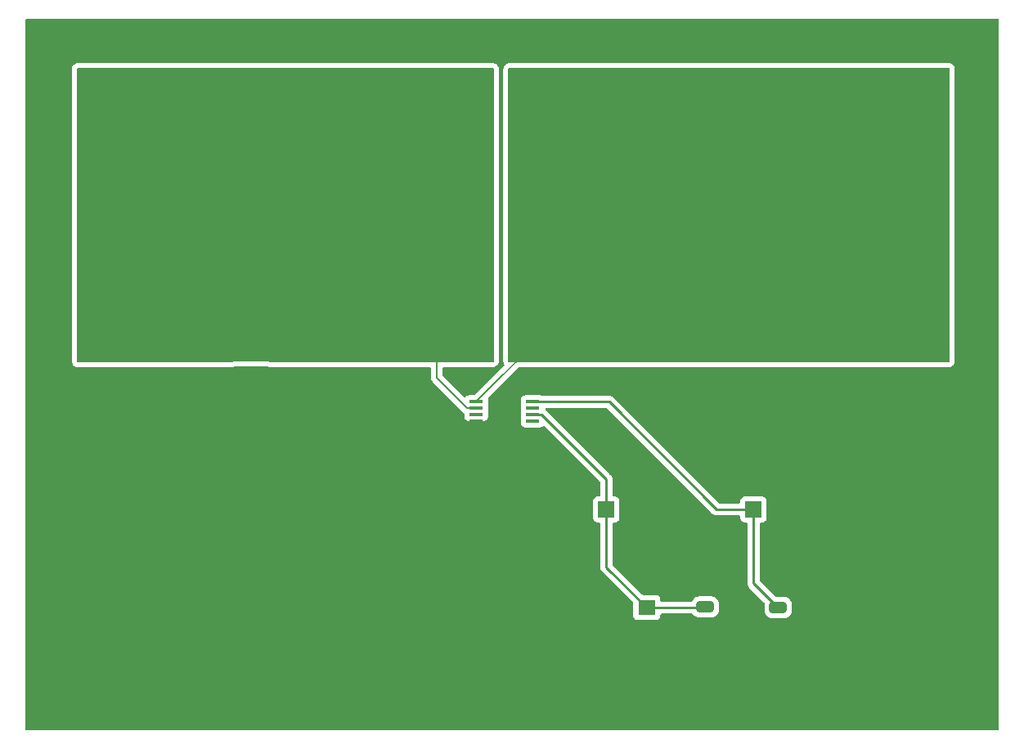
<source format=gtl>
%TF.GenerationSoftware,KiCad,Pcbnew,7.0.2*%
%TF.CreationDate,2023-09-06T16:15:59-07:00*%
%TF.ProjectId,Current Sense Standalone,43757272-656e-4742-9053-656e73652053,rev?*%
%TF.SameCoordinates,Original*%
%TF.FileFunction,Copper,L1,Top*%
%TF.FilePolarity,Positive*%
%FSLAX46Y46*%
G04 Gerber Fmt 4.6, Leading zero omitted, Abs format (unit mm)*
G04 Created by KiCad (PCBNEW 7.0.2) date 2023-09-06 16:15:59*
%MOMM*%
%LPD*%
G01*
G04 APERTURE LIST*
G04 Aperture macros list*
%AMRoundRect*
0 Rectangle with rounded corners*
0 $1 Rounding radius*
0 $2 $3 $4 $5 $6 $7 $8 $9 X,Y pos of 4 corners*
0 Add a 4 corners polygon primitive as box body*
4,1,4,$2,$3,$4,$5,$6,$7,$8,$9,$2,$3,0*
0 Add four circle primitives for the rounded corners*
1,1,$1+$1,$2,$3*
1,1,$1+$1,$4,$5*
1,1,$1+$1,$6,$7*
1,1,$1+$1,$8,$9*
0 Add four rect primitives between the rounded corners*
20,1,$1+$1,$2,$3,$4,$5,0*
20,1,$1+$1,$4,$5,$6,$7,0*
20,1,$1+$1,$6,$7,$8,$9,0*
20,1,$1+$1,$8,$9,$2,$3,0*%
G04 Aperture macros list end*
%TA.AperFunction,ComponentPad*%
%ADD10RoundRect,1.500000X1.500000X-1.500000X1.500000X1.500000X-1.500000X1.500000X-1.500000X-1.500000X0*%
%TD*%
%TA.AperFunction,ComponentPad*%
%ADD11C,6.000000*%
%TD*%
%TA.AperFunction,SMDPad,CuDef*%
%ADD12RoundRect,0.250000X-0.650000X0.325000X-0.650000X-0.325000X0.650000X-0.325000X0.650000X0.325000X0*%
%TD*%
%TA.AperFunction,SMDPad,CuDef*%
%ADD13R,1.800000X1.600000*%
%TD*%
%TA.AperFunction,SMDPad,CuDef*%
%ADD14R,4.000000X7.800000*%
%TD*%
%TA.AperFunction,ComponentPad*%
%ADD15R,1.700000X1.700000*%
%TD*%
%TA.AperFunction,ComponentPad*%
%ADD16O,1.700000X1.700000*%
%TD*%
%TA.AperFunction,SMDPad,CuDef*%
%ADD17R,1.473200X0.355600*%
%TD*%
%TA.AperFunction,Conductor*%
%ADD18C,0.250000*%
%TD*%
%TA.AperFunction,Conductor*%
%ADD19C,0.200000*%
%TD*%
G04 APERTURE END LIST*
D10*
X154558994Y-97461689D03*
D11*
X154558994Y-90261689D03*
D12*
X162560000Y-119380000D03*
X162560000Y-122330000D03*
D13*
X148971000Y-119380000D03*
X148971000Y-122180000D03*
D14*
X138220000Y-86360000D03*
X127220000Y-86360000D03*
D12*
X155015000Y-119305000D03*
X155015000Y-122255000D03*
D15*
X160020000Y-109220000D03*
D16*
X162560000Y-109220000D03*
D17*
X131318000Y-98085001D03*
X131318000Y-98734999D03*
X131318000Y-99385001D03*
X131318000Y-100034999D03*
X137160000Y-100034999D03*
X137160000Y-99385001D03*
X137160000Y-98734999D03*
X137160000Y-98085001D03*
D10*
X108024461Y-97415276D03*
D11*
X108024461Y-90215276D03*
D15*
X144780000Y-109220000D03*
D16*
X147320000Y-109220000D03*
D18*
X144780000Y-109220000D02*
X144780000Y-115189000D01*
X144780000Y-109220000D02*
X144780000Y-106090599D01*
X144780000Y-106090599D02*
X138074402Y-99385001D01*
X138074402Y-99385001D02*
X137160000Y-99385001D01*
X144780000Y-115189000D02*
X148971000Y-119380000D01*
X155015000Y-119305000D02*
X154940000Y-119380000D01*
X154940000Y-119380000D02*
X148971000Y-119380000D01*
X160020000Y-109220000D02*
X156210000Y-109220000D01*
X160020000Y-109220000D02*
X160020000Y-116840000D01*
X160020000Y-116840000D02*
X162560000Y-119380000D01*
X156210000Y-109220000D02*
X145075001Y-98085001D01*
X145075001Y-98085001D02*
X137160000Y-98085001D01*
D19*
X130381400Y-98734999D02*
X127220000Y-95573599D01*
X127220000Y-95573599D02*
X127220000Y-86360000D01*
X131318000Y-98734999D02*
X130381400Y-98734999D01*
X138220000Y-91183001D02*
X138220000Y-86360000D01*
X131318000Y-98085001D02*
X138220000Y-91183001D01*
%TA.AperFunction,Conductor*%
G36*
X133083039Y-63519685D02*
G01*
X133128794Y-63572489D01*
X133140000Y-63624000D01*
X133140000Y-93856000D01*
X133120315Y-93923039D01*
X133067511Y-93968794D01*
X133016000Y-93980000D01*
X110052698Y-93980000D01*
X110026340Y-93977166D01*
X109809890Y-93930080D01*
X109598119Y-93914934D01*
X109598117Y-93914933D01*
X109595909Y-93914776D01*
X106453013Y-93914776D01*
X106450805Y-93914933D01*
X106450802Y-93914934D01*
X106239031Y-93930080D01*
X106022582Y-93977166D01*
X105996224Y-93980000D01*
X90084000Y-93980000D01*
X90016961Y-93960315D01*
X89971206Y-93907511D01*
X89960000Y-93856000D01*
X89960000Y-63624000D01*
X89979685Y-63556961D01*
X90032489Y-63511206D01*
X90084000Y-63500000D01*
X133016000Y-63500000D01*
X133083039Y-63519685D01*
G37*
%TD.AperFunction*%
%TA.AperFunction,Conductor*%
G36*
X185362539Y-58460185D02*
G01*
X185408294Y-58512989D01*
X185419500Y-58564500D01*
X185419500Y-131955500D01*
X185399815Y-132022539D01*
X185347011Y-132068294D01*
X185295500Y-132079500D01*
X179551891Y-132079500D01*
X84776795Y-132071424D01*
X84709758Y-132051734D01*
X84664007Y-131998926D01*
X84652806Y-131947443D01*
X84651059Y-120389813D01*
X84648016Y-100257377D01*
X135922900Y-100257377D01*
X135922901Y-100260671D01*
X135929309Y-100320282D01*
X135979604Y-100455130D01*
X136065854Y-100570345D01*
X136181069Y-100656595D01*
X136315917Y-100706890D01*
X136375527Y-100713299D01*
X137944472Y-100713298D01*
X138004083Y-100706890D01*
X138138931Y-100656595D01*
X138237335Y-100582929D01*
X138302798Y-100558512D01*
X138371071Y-100573363D01*
X138399326Y-100594515D01*
X144118182Y-106313371D01*
X144151666Y-106374692D01*
X144154500Y-106401050D01*
X144154500Y-107745500D01*
X144134815Y-107812539D01*
X144082011Y-107858294D01*
X144030501Y-107869500D01*
X143885439Y-107869500D01*
X143885420Y-107869500D01*
X143882128Y-107869501D01*
X143878848Y-107869853D01*
X143878840Y-107869854D01*
X143822515Y-107875909D01*
X143687669Y-107926204D01*
X143572454Y-108012454D01*
X143486204Y-108127668D01*
X143435910Y-108262515D01*
X143435909Y-108262517D01*
X143429500Y-108322127D01*
X143429500Y-108325448D01*
X143429500Y-108325449D01*
X143429500Y-110114560D01*
X143429500Y-110114578D01*
X143429501Y-110117872D01*
X143435909Y-110177483D01*
X143486204Y-110312331D01*
X143572454Y-110427546D01*
X143687669Y-110513796D01*
X143822517Y-110564091D01*
X143882127Y-110570500D01*
X144030500Y-110570499D01*
X144097539Y-110590183D01*
X144143294Y-110642987D01*
X144154500Y-110694499D01*
X144154500Y-115106256D01*
X144152235Y-115126766D01*
X144154439Y-115196872D01*
X144154500Y-115200767D01*
X144154500Y-115228350D01*
X144154988Y-115232219D01*
X144154989Y-115232225D01*
X144155004Y-115232343D01*
X144155918Y-115243967D01*
X144157290Y-115287626D01*
X144162879Y-115306860D01*
X144166825Y-115325916D01*
X144169335Y-115345792D01*
X144185414Y-115386404D01*
X144189197Y-115397451D01*
X144201382Y-115439391D01*
X144211580Y-115456635D01*
X144220136Y-115474100D01*
X144227514Y-115492732D01*
X144227515Y-115492733D01*
X144253180Y-115528059D01*
X144259593Y-115537822D01*
X144281826Y-115575416D01*
X144281829Y-115575419D01*
X144281830Y-115575420D01*
X144295995Y-115589585D01*
X144308627Y-115604375D01*
X144320406Y-115620587D01*
X144354058Y-115648426D01*
X144362699Y-115656289D01*
X147534181Y-118827771D01*
X147567666Y-118889094D01*
X147570500Y-118915452D01*
X147570500Y-120224560D01*
X147570500Y-120224578D01*
X147570501Y-120227872D01*
X147570853Y-120231152D01*
X147570854Y-120231159D01*
X147576909Y-120287484D01*
X147580724Y-120297712D01*
X147627204Y-120422331D01*
X147713454Y-120537546D01*
X147828669Y-120623796D01*
X147963517Y-120674091D01*
X148023127Y-120680500D01*
X149918872Y-120680499D01*
X149978483Y-120674091D01*
X150113331Y-120623796D01*
X150228546Y-120537546D01*
X150314796Y-120422331D01*
X150365091Y-120287483D01*
X150371500Y-120227873D01*
X150371500Y-120129499D01*
X150391185Y-120062461D01*
X150443989Y-120016706D01*
X150495500Y-120005500D01*
X153645622Y-120005500D01*
X153712661Y-120025185D01*
X153751161Y-120064404D01*
X153772288Y-120098657D01*
X153896342Y-120222711D01*
X153904711Y-120227873D01*
X154045666Y-120314814D01*
X154157016Y-120351712D01*
X154212202Y-120369999D01*
X154311858Y-120380180D01*
X154311859Y-120380180D01*
X154314991Y-120380500D01*
X155715008Y-120380499D01*
X155817797Y-120369999D01*
X155984334Y-120314814D01*
X156133656Y-120222712D01*
X156257712Y-120098656D01*
X156349814Y-119949334D01*
X156404999Y-119782797D01*
X156415500Y-119680009D01*
X156415499Y-118929992D01*
X156404999Y-118827203D01*
X156349814Y-118660666D01*
X156257712Y-118511344D01*
X156257711Y-118511342D01*
X156133657Y-118387288D01*
X155984334Y-118295186D01*
X155817797Y-118240000D01*
X155718141Y-118229819D01*
X155718122Y-118229818D01*
X155715009Y-118229500D01*
X155711860Y-118229500D01*
X154318140Y-118229500D01*
X154318120Y-118229500D01*
X154314992Y-118229501D01*
X154311860Y-118229820D01*
X154311858Y-118229821D01*
X154212203Y-118240000D01*
X154045665Y-118295186D01*
X153896342Y-118387288D01*
X153772288Y-118511342D01*
X153680186Y-118660665D01*
X153677258Y-118669503D01*
X153637486Y-118726948D01*
X153572971Y-118753772D01*
X153559552Y-118754500D01*
X150495499Y-118754500D01*
X150428460Y-118734815D01*
X150382705Y-118682011D01*
X150371499Y-118630500D01*
X150371499Y-118535439D01*
X150371499Y-118532128D01*
X150365091Y-118472517D01*
X150314796Y-118337669D01*
X150228546Y-118222454D01*
X150113331Y-118136204D01*
X149978483Y-118085909D01*
X149918873Y-118079500D01*
X149915551Y-118079500D01*
X148606452Y-118079500D01*
X148539413Y-118059815D01*
X148518771Y-118043181D01*
X145441819Y-114966228D01*
X145408334Y-114904905D01*
X145405500Y-114878547D01*
X145405500Y-110694499D01*
X145425185Y-110627460D01*
X145477989Y-110581705D01*
X145529500Y-110570499D01*
X145674561Y-110570499D01*
X145677872Y-110570499D01*
X145737483Y-110564091D01*
X145872331Y-110513796D01*
X145987546Y-110427546D01*
X146073796Y-110312331D01*
X146124091Y-110177483D01*
X146130500Y-110117873D01*
X146130499Y-108322128D01*
X146124091Y-108262517D01*
X146073796Y-108127669D01*
X145987546Y-108012454D01*
X145872331Y-107926204D01*
X145737483Y-107875909D01*
X145677873Y-107869500D01*
X145674551Y-107869500D01*
X145529500Y-107869500D01*
X145462461Y-107849815D01*
X145416706Y-107797011D01*
X145405500Y-107745500D01*
X145405500Y-106173342D01*
X145407764Y-106152838D01*
X145405561Y-106082711D01*
X145405500Y-106078817D01*
X145405500Y-106055140D01*
X145405500Y-106051249D01*
X145404998Y-106047282D01*
X145404081Y-106035626D01*
X145402710Y-105991972D01*
X145397118Y-105972725D01*
X145393174Y-105953684D01*
X145390664Y-105933807D01*
X145374579Y-105893182D01*
X145370808Y-105882167D01*
X145358618Y-105840209D01*
X145348414Y-105822954D01*
X145339861Y-105805494D01*
X145332486Y-105786868D01*
X145332486Y-105786867D01*
X145306808Y-105751524D01*
X145300401Y-105741770D01*
X145278169Y-105704178D01*
X145264006Y-105690015D01*
X145251367Y-105675216D01*
X145239595Y-105659012D01*
X145205941Y-105631172D01*
X145197299Y-105623308D01*
X138575204Y-99001212D01*
X138562308Y-98985114D01*
X138511177Y-98937099D01*
X138508380Y-98934388D01*
X138496174Y-98922182D01*
X138462689Y-98860859D01*
X138467673Y-98791167D01*
X138509545Y-98735234D01*
X138575009Y-98710817D01*
X138583855Y-98710501D01*
X144764549Y-98710501D01*
X144831588Y-98730186D01*
X144852230Y-98746820D01*
X155709197Y-109603787D01*
X155722098Y-109619889D01*
X155724212Y-109621874D01*
X155724214Y-109621877D01*
X155771561Y-109666339D01*
X155773240Y-109667916D01*
X155776036Y-109670626D01*
X155795530Y-109690120D01*
X155798615Y-109692513D01*
X155798701Y-109692580D01*
X155807573Y-109700158D01*
X155839418Y-109730062D01*
X155856974Y-109739714D01*
X155873231Y-109750392D01*
X155889064Y-109762674D01*
X155905185Y-109769649D01*
X155929156Y-109780023D01*
X155939643Y-109785160D01*
X155977908Y-109806197D01*
X155997316Y-109811180D01*
X156015710Y-109817478D01*
X156034105Y-109825438D01*
X156077254Y-109832271D01*
X156088680Y-109834638D01*
X156104222Y-109838629D01*
X156130980Y-109845500D01*
X156130981Y-109845500D01*
X156151016Y-109845500D01*
X156170413Y-109847026D01*
X156190196Y-109850160D01*
X156233674Y-109846050D01*
X156245344Y-109845500D01*
X158545501Y-109845500D01*
X158612540Y-109865185D01*
X158658295Y-109917989D01*
X158669501Y-109969499D01*
X158669501Y-110117872D01*
X158675909Y-110177483D01*
X158726204Y-110312331D01*
X158812454Y-110427546D01*
X158927669Y-110513796D01*
X159062517Y-110564091D01*
X159122127Y-110570500D01*
X159270500Y-110570499D01*
X159337539Y-110590183D01*
X159383294Y-110642987D01*
X159394500Y-110694499D01*
X159394500Y-116757256D01*
X159392235Y-116777766D01*
X159394439Y-116847872D01*
X159394500Y-116851767D01*
X159394500Y-116879350D01*
X159394988Y-116883219D01*
X159394989Y-116883225D01*
X159395004Y-116883343D01*
X159395918Y-116894967D01*
X159397290Y-116938626D01*
X159402879Y-116957860D01*
X159406825Y-116976916D01*
X159409335Y-116996792D01*
X159425414Y-117037404D01*
X159429197Y-117048451D01*
X159441382Y-117090391D01*
X159451580Y-117107635D01*
X159460136Y-117125100D01*
X159467514Y-117143732D01*
X159467515Y-117143733D01*
X159493180Y-117179059D01*
X159499593Y-117188822D01*
X159521826Y-117226416D01*
X159521829Y-117226419D01*
X159521830Y-117226420D01*
X159535995Y-117240585D01*
X159548627Y-117255375D01*
X159560406Y-117271587D01*
X159594058Y-117299426D01*
X159602699Y-117307289D01*
X161130894Y-118835484D01*
X161164379Y-118896807D01*
X161166571Y-118935766D01*
X161159820Y-119001856D01*
X161159500Y-119004991D01*
X161159500Y-119008138D01*
X161159500Y-119008139D01*
X161159500Y-119751858D01*
X161159500Y-119751877D01*
X161159501Y-119755008D01*
X161159820Y-119758140D01*
X161159821Y-119758141D01*
X161170000Y-119857796D01*
X161225186Y-120024334D01*
X161317288Y-120173657D01*
X161441342Y-120297711D01*
X161441344Y-120297712D01*
X161590666Y-120389814D01*
X161688793Y-120422330D01*
X161757202Y-120444999D01*
X161856858Y-120455180D01*
X161856859Y-120455180D01*
X161859991Y-120455500D01*
X163260008Y-120455499D01*
X163362797Y-120444999D01*
X163529334Y-120389814D01*
X163678656Y-120297712D01*
X163802712Y-120173656D01*
X163894814Y-120024334D01*
X163949999Y-119857797D01*
X163960500Y-119755009D01*
X163960499Y-119004992D01*
X163949999Y-118902203D01*
X163894814Y-118735666D01*
X163837592Y-118642895D01*
X163802711Y-118586342D01*
X163678657Y-118462288D01*
X163529334Y-118370186D01*
X163362797Y-118315000D01*
X163263141Y-118304819D01*
X163263122Y-118304818D01*
X163260009Y-118304500D01*
X163256860Y-118304500D01*
X162420453Y-118304500D01*
X162353414Y-118284815D01*
X162332772Y-118268181D01*
X160681819Y-116617227D01*
X160648334Y-116555904D01*
X160645500Y-116529546D01*
X160645500Y-110694499D01*
X160665185Y-110627460D01*
X160717989Y-110581705D01*
X160769500Y-110570499D01*
X160914561Y-110570499D01*
X160917872Y-110570499D01*
X160977483Y-110564091D01*
X161112331Y-110513796D01*
X161227546Y-110427546D01*
X161313796Y-110312331D01*
X161364091Y-110177483D01*
X161370500Y-110117873D01*
X161370499Y-108322128D01*
X161364091Y-108262517D01*
X161313796Y-108127669D01*
X161227546Y-108012454D01*
X161112331Y-107926204D01*
X160977483Y-107875909D01*
X160917873Y-107869500D01*
X160914550Y-107869500D01*
X159125439Y-107869500D01*
X159125420Y-107869500D01*
X159122128Y-107869501D01*
X159118848Y-107869853D01*
X159118840Y-107869854D01*
X159062515Y-107875909D01*
X158927669Y-107926204D01*
X158812454Y-108012454D01*
X158726204Y-108127668D01*
X158675910Y-108262515D01*
X158675909Y-108262517D01*
X158669500Y-108322127D01*
X158669500Y-108325449D01*
X158669500Y-108470500D01*
X158649815Y-108537539D01*
X158597011Y-108583294D01*
X158545500Y-108594500D01*
X156520452Y-108594500D01*
X156453413Y-108574815D01*
X156432771Y-108558181D01*
X145575803Y-97701212D01*
X145562907Y-97685114D01*
X145511776Y-97637099D01*
X145508979Y-97634388D01*
X145492228Y-97617637D01*
X145489472Y-97614881D01*
X145486291Y-97612413D01*
X145477423Y-97604838D01*
X145445583Y-97574939D01*
X145428025Y-97565286D01*
X145411765Y-97554605D01*
X145395937Y-97542328D01*
X145355852Y-97524981D01*
X145345362Y-97519842D01*
X145307092Y-97498803D01*
X145287692Y-97493822D01*
X145269285Y-97487520D01*
X145250898Y-97479563D01*
X145207759Y-97472730D01*
X145196325Y-97470362D01*
X145154020Y-97459501D01*
X145133985Y-97459501D01*
X145114587Y-97457974D01*
X145107163Y-97456798D01*
X145094806Y-97454841D01*
X145094805Y-97454841D01*
X145061752Y-97457965D01*
X145051326Y-97458951D01*
X145039657Y-97459501D01*
X138150836Y-97459501D01*
X138107503Y-97451683D01*
X138004085Y-97413110D01*
X137947766Y-97407055D01*
X137947765Y-97407054D01*
X137944473Y-97406701D01*
X137941150Y-97406701D01*
X136378839Y-97406701D01*
X136378820Y-97406701D01*
X136375528Y-97406702D01*
X136372248Y-97407054D01*
X136372240Y-97407055D01*
X136315915Y-97413110D01*
X136181069Y-97463405D01*
X136065854Y-97549655D01*
X135979604Y-97664869D01*
X135935085Y-97784233D01*
X135929309Y-97799718D01*
X135922900Y-97859328D01*
X135922900Y-97862649D01*
X135922900Y-97862650D01*
X135922900Y-98307361D01*
X135922900Y-98307379D01*
X135922901Y-98310673D01*
X135923253Y-98313953D01*
X135923254Y-98313960D01*
X135930974Y-98385770D01*
X135929338Y-98385945D01*
X135932941Y-98436366D01*
X135929475Y-98448171D01*
X135929308Y-98449716D01*
X135929309Y-98449716D01*
X135922900Y-98509326D01*
X135922900Y-98512647D01*
X135922900Y-98512648D01*
X135922900Y-98957359D01*
X135922900Y-98957377D01*
X135922901Y-98960671D01*
X135923253Y-98963951D01*
X135923254Y-98963958D01*
X135930974Y-99035766D01*
X135929339Y-99035941D01*
X135932942Y-99086366D01*
X135929475Y-99098172D01*
X135923254Y-99156034D01*
X135922900Y-99159328D01*
X135922900Y-99162649D01*
X135922900Y-99162650D01*
X135922900Y-99607361D01*
X135922900Y-99607379D01*
X135922901Y-99610673D01*
X135923253Y-99613953D01*
X135923254Y-99613960D01*
X135930974Y-99685770D01*
X135929338Y-99685945D01*
X135932941Y-99736366D01*
X135929475Y-99748171D01*
X135929308Y-99749716D01*
X135929309Y-99749716D01*
X135922900Y-99809326D01*
X135922900Y-99812647D01*
X135922900Y-99812648D01*
X135922900Y-100257359D01*
X135922900Y-100257377D01*
X84648016Y-100257377D01*
X84647048Y-93856000D01*
X89454500Y-93856000D01*
X89454854Y-93859294D01*
X89454855Y-93859309D01*
X89465697Y-93960145D01*
X89466053Y-93963456D01*
X89466757Y-93966693D01*
X89466759Y-93966704D01*
X89476553Y-94011722D01*
X89477259Y-94014967D01*
X89478305Y-94018110D01*
X89478309Y-94018124D01*
X89511385Y-94117503D01*
X89589173Y-94238541D01*
X89589175Y-94238543D01*
X89634930Y-94291347D01*
X89743664Y-94385567D01*
X89874541Y-94445338D01*
X89941580Y-94465023D01*
X89941584Y-94465024D01*
X90084000Y-94485500D01*
X105994578Y-94485500D01*
X105996224Y-94485500D01*
X106050264Y-94482603D01*
X106076622Y-94479769D01*
X106130035Y-94471114D01*
X106302497Y-94433596D01*
X106320002Y-94431079D01*
X106449674Y-94421805D01*
X106466647Y-94420592D01*
X106475492Y-94420276D01*
X109573430Y-94420276D01*
X109582275Y-94420592D01*
X109604002Y-94422145D01*
X109728918Y-94431079D01*
X109746426Y-94433596D01*
X109800400Y-94445338D01*
X109917274Y-94470763D01*
X109917277Y-94470763D01*
X109918888Y-94471114D01*
X109963716Y-94478378D01*
X109970633Y-94479499D01*
X109970637Y-94479499D01*
X109972300Y-94479769D01*
X109998658Y-94482603D01*
X110052698Y-94485500D01*
X126495500Y-94485500D01*
X126562539Y-94505185D01*
X126608294Y-94557989D01*
X126619500Y-94609500D01*
X126619500Y-95526110D01*
X126618439Y-95542295D01*
X126614317Y-95573598D01*
X126619500Y-95612959D01*
X126634956Y-95730361D01*
X126695463Y-95876439D01*
X126791716Y-96001880D01*
X126816768Y-96021102D01*
X126828964Y-96031798D01*
X129923199Y-99126033D01*
X129933894Y-99138228D01*
X129953117Y-99163281D01*
X130032386Y-99224105D01*
X130073589Y-99280532D01*
X130080900Y-99322481D01*
X130080900Y-99607361D01*
X130080900Y-99607379D01*
X130080901Y-99610673D01*
X130087309Y-99670284D01*
X130137604Y-99805132D01*
X130223854Y-99920347D01*
X130339069Y-100006597D01*
X130473917Y-100056892D01*
X130533527Y-100063301D01*
X132102472Y-100063300D01*
X132162083Y-100056892D01*
X132296931Y-100006597D01*
X132412146Y-99920347D01*
X132498396Y-99805132D01*
X132548691Y-99670284D01*
X132555100Y-99610674D01*
X132555099Y-99159329D01*
X132548691Y-99099718D01*
X132548690Y-99099716D01*
X132547026Y-99084232D01*
X132548661Y-99084056D01*
X132545054Y-99033646D01*
X132548525Y-99021825D01*
X132551782Y-98991531D01*
X132555100Y-98960672D01*
X132555099Y-98509327D01*
X132548691Y-98449716D01*
X132548690Y-98449715D01*
X132547026Y-98434228D01*
X132548661Y-98434052D01*
X132545055Y-98383642D01*
X132548525Y-98371824D01*
X132554744Y-98313981D01*
X132555100Y-98310674D01*
X132555099Y-97859329D01*
X132548691Y-97799718D01*
X132548690Y-97799716D01*
X132547026Y-97784233D01*
X132548960Y-97784025D01*
X132545426Y-97734652D01*
X132578905Y-97673329D01*
X135730416Y-94521819D01*
X135791740Y-94488334D01*
X135818098Y-94485500D01*
X152742467Y-94485500D01*
X152744114Y-94485500D01*
X152798149Y-94482604D01*
X152824500Y-94479771D01*
X152822505Y-94480013D01*
X152829706Y-94479268D01*
X153001180Y-94467004D01*
X153010025Y-94466689D01*
X156107963Y-94466689D01*
X156116807Y-94467004D01*
X156288283Y-94479268D01*
X156295458Y-94480010D01*
X156293489Y-94479771D01*
X156319841Y-94482604D01*
X156373874Y-94485500D01*
X156375521Y-94485500D01*
X180212676Y-94485500D01*
X180216000Y-94485500D01*
X180323456Y-94473947D01*
X180374967Y-94462741D01*
X180404165Y-94453022D01*
X180477503Y-94428614D01*
X180598541Y-94350826D01*
X180598543Y-94350825D01*
X180651347Y-94305070D01*
X180745567Y-94196336D01*
X180805338Y-94065459D01*
X180825023Y-93998420D01*
X180825024Y-93998416D01*
X180845500Y-93856000D01*
X180845500Y-63624000D01*
X180833947Y-63516544D01*
X180822741Y-63465033D01*
X180821690Y-63461875D01*
X180788614Y-63362496D01*
X180710826Y-63241458D01*
X180706004Y-63235894D01*
X180665070Y-63188653D01*
X180556336Y-63094433D01*
X180556335Y-63094432D01*
X180425460Y-63034662D01*
X180360113Y-63015474D01*
X180360111Y-63015473D01*
X180358420Y-63014977D01*
X180358416Y-63014976D01*
X180355290Y-63014526D01*
X180355277Y-63014524D01*
X180216000Y-62994500D01*
X134744000Y-62994500D01*
X134740706Y-62994854D01*
X134740690Y-62994855D01*
X134639854Y-63005697D01*
X134639851Y-63005697D01*
X134636544Y-63006053D01*
X134633309Y-63006756D01*
X134633295Y-63006759D01*
X134588277Y-63016553D01*
X134588272Y-63016554D01*
X134585033Y-63017259D01*
X134581893Y-63018303D01*
X134581875Y-63018309D01*
X134482496Y-63051385D01*
X134361458Y-63129173D01*
X134308652Y-63174931D01*
X134214432Y-63283664D01*
X134154662Y-63414539D01*
X134138883Y-63468277D01*
X134134977Y-63481580D01*
X134134976Y-63481584D01*
X134134527Y-63484706D01*
X134134524Y-63484722D01*
X134114499Y-63624000D01*
X134114500Y-93852675D01*
X134114500Y-93856000D01*
X134114854Y-93859294D01*
X134114855Y-93859309D01*
X134125697Y-93960145D01*
X134126053Y-93963456D01*
X134126757Y-93966693D01*
X134126759Y-93966704D01*
X134136553Y-94011722D01*
X134137259Y-94014967D01*
X134138305Y-94018110D01*
X134138309Y-94018124D01*
X134171385Y-94117501D01*
X134171387Y-94117504D01*
X134220990Y-94194687D01*
X134240675Y-94261726D01*
X134220991Y-94328765D01*
X134204356Y-94349408D01*
X131183382Y-97370382D01*
X131122059Y-97403867D01*
X131095701Y-97406701D01*
X130536839Y-97406701D01*
X130536820Y-97406701D01*
X130533528Y-97406702D01*
X130530248Y-97407054D01*
X130530240Y-97407055D01*
X130473915Y-97413110D01*
X130339070Y-97463404D01*
X130326612Y-97472730D01*
X130223854Y-97549655D01*
X130223852Y-97549656D01*
X130209583Y-97560339D01*
X130206959Y-97556833D01*
X130177221Y-97579090D01*
X130107529Y-97584066D01*
X130046220Y-97550584D01*
X127856819Y-95361183D01*
X127823334Y-95299860D01*
X127820500Y-95273502D01*
X127820500Y-94609500D01*
X127840185Y-94542461D01*
X127892989Y-94496706D01*
X127944500Y-94485500D01*
X133012676Y-94485500D01*
X133016000Y-94485500D01*
X133123456Y-94473947D01*
X133174967Y-94462741D01*
X133204165Y-94453022D01*
X133277503Y-94428614D01*
X133398541Y-94350826D01*
X133398543Y-94350825D01*
X133451347Y-94305070D01*
X133545567Y-94196336D01*
X133605338Y-94065459D01*
X133625023Y-93998420D01*
X133625024Y-93998416D01*
X133645500Y-93856000D01*
X133645500Y-63624000D01*
X133633947Y-63516544D01*
X133622741Y-63465033D01*
X133621690Y-63461875D01*
X133588614Y-63362496D01*
X133510826Y-63241458D01*
X133506004Y-63235894D01*
X133465070Y-63188653D01*
X133356336Y-63094433D01*
X133356335Y-63094432D01*
X133225460Y-63034662D01*
X133160113Y-63015474D01*
X133160111Y-63015473D01*
X133158420Y-63014977D01*
X133158416Y-63014976D01*
X133155290Y-63014526D01*
X133155277Y-63014524D01*
X133016000Y-62994500D01*
X90084000Y-62994500D01*
X90080706Y-62994854D01*
X90080690Y-62994855D01*
X89979854Y-63005697D01*
X89979851Y-63005697D01*
X89976544Y-63006053D01*
X89973309Y-63006756D01*
X89973295Y-63006759D01*
X89928277Y-63016553D01*
X89928272Y-63016554D01*
X89925033Y-63017259D01*
X89921893Y-63018303D01*
X89921875Y-63018309D01*
X89822496Y-63051385D01*
X89701458Y-63129173D01*
X89648652Y-63174931D01*
X89554432Y-63283664D01*
X89494662Y-63414539D01*
X89478883Y-63468277D01*
X89474977Y-63481580D01*
X89474976Y-63481584D01*
X89474527Y-63484706D01*
X89474524Y-63484722D01*
X89454976Y-63620690D01*
X89454500Y-63624000D01*
X89454500Y-93856000D01*
X84647048Y-93856000D01*
X84641713Y-58569423D01*
X84661387Y-58502383D01*
X84714184Y-58456620D01*
X84765678Y-58445407D01*
X104207874Y-58440500D01*
X185295500Y-58440500D01*
X185362539Y-58460185D01*
G37*
%TD.AperFunction*%
%TA.AperFunction,Conductor*%
G36*
X180283039Y-63519685D02*
G01*
X180328794Y-63572489D01*
X180340000Y-63624000D01*
X180340000Y-93856000D01*
X180320315Y-93923039D01*
X180267511Y-93968794D01*
X180216000Y-93980000D01*
X156373874Y-93980000D01*
X156347522Y-93977167D01*
X156344422Y-93976493D01*
X156195782Y-93965862D01*
X156132652Y-93961347D01*
X156132650Y-93961346D01*
X156130442Y-93961189D01*
X152987546Y-93961189D01*
X152985338Y-93961346D01*
X152985335Y-93961347D01*
X152881213Y-93968794D01*
X152773566Y-93976493D01*
X152770465Y-93977167D01*
X152744114Y-93980000D01*
X134744000Y-93980000D01*
X134676961Y-93960315D01*
X134631206Y-93907511D01*
X134620000Y-93856000D01*
X134620000Y-63624000D01*
X134639685Y-63556961D01*
X134692489Y-63511206D01*
X134744000Y-63500000D01*
X180216000Y-63500000D01*
X180283039Y-63519685D01*
G37*
%TD.AperFunction*%
M02*

</source>
